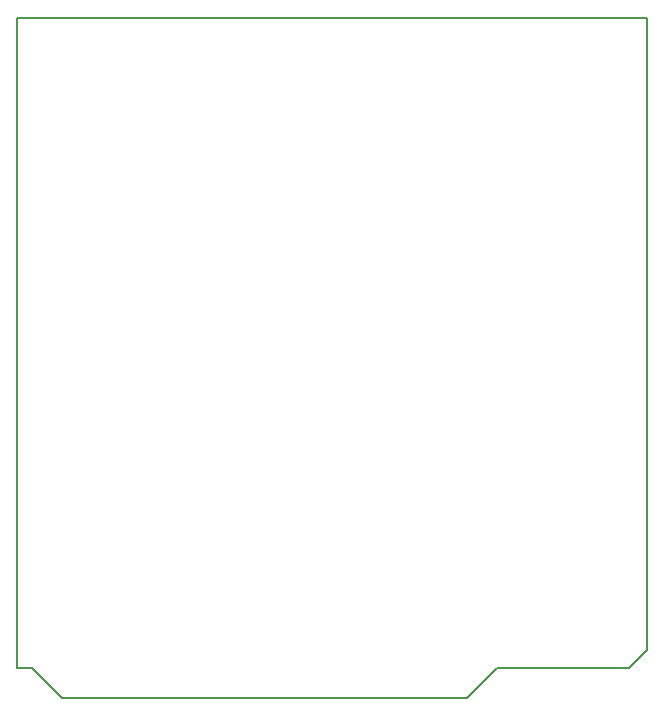
<source format=gbr>
G04 #@! TF.FileFunction,Profile,NP*
%FSLAX46Y46*%
G04 Gerber Fmt 4.6, Leading zero omitted, Abs format (unit mm)*
G04 Created by KiCad (PCBNEW 4.0.4-stable) date 07/06/18 23:02:20*
%MOMM*%
%LPD*%
G01*
G04 APERTURE LIST*
%ADD10C,0.100000*%
%ADD11C,0.150000*%
G04 APERTURE END LIST*
D10*
D11*
X159160000Y-98582800D02*
X105820000Y-98582800D01*
X146460000Y-153650000D02*
X157636000Y-153650000D01*
X143920000Y-156190000D02*
X146460000Y-153650000D01*
X109630000Y-156190000D02*
X143920000Y-156190000D01*
X107090000Y-153650000D02*
X109630000Y-156190000D01*
X105820000Y-153650000D02*
X107090000Y-153650000D01*
X159160000Y-152126000D02*
X157636000Y-153650000D01*
X105820000Y-98582800D02*
X105820000Y-153650000D01*
X159160000Y-98582800D02*
X159160000Y-152126000D01*
M02*

</source>
